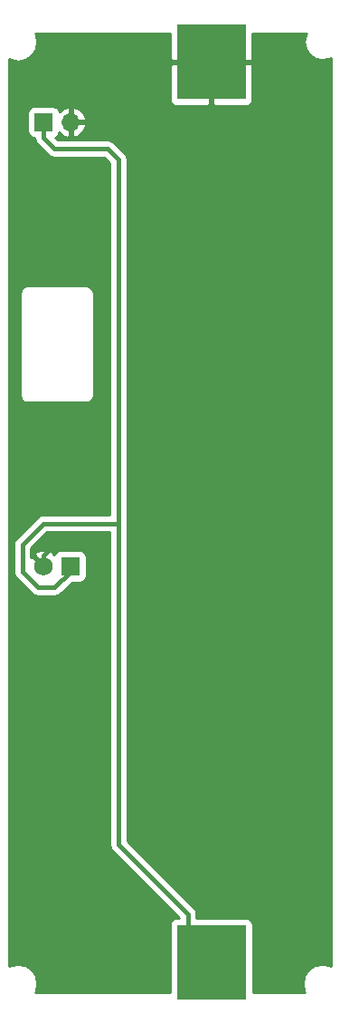
<source format=gtl>
G04 #@! TF.FileFunction,Copper,L1,Top,Signal*
%FSLAX46Y46*%
G04 Gerber Fmt 4.6, Leading zero omitted, Abs format (unit mm)*
G04 Created by KiCad (PCBNEW 4.0.4-stable) date 08/15/17 16:39:26*
%MOMM*%
%LPD*%
G01*
G04 APERTURE LIST*
%ADD10C,0.100000*%
%ADD11R,6.500000X7.000000*%
%ADD12R,1.750000X1.750000*%
%ADD13C,1.750000*%
%ADD14R,1.700000X1.700000*%
%ADD15O,1.700000X1.700000*%
%ADD16C,0.400000*%
%ADD17C,0.250000*%
%ADD18C,0.254000*%
G04 APERTURE END LIST*
D10*
D11*
X137700000Y-65400000D03*
X137700000Y-149500000D03*
D12*
X124500000Y-112500000D03*
D13*
X122000000Y-112500000D03*
D14*
X122000000Y-71000000D03*
D15*
X124540000Y-71000000D03*
D16*
X124540000Y-71000000D02*
X124540000Y-69460000D01*
X124540000Y-69460000D02*
X128600000Y-65400000D01*
X119000000Y-85500000D02*
X119000000Y-118000000D01*
X127600000Y-65400000D02*
X127100000Y-65400000D01*
X127100000Y-65400000D02*
X122600000Y-65400000D01*
X120000000Y-68000000D02*
X122600000Y-65400000D01*
X120000000Y-84500000D02*
X120000000Y-68000000D01*
X119000000Y-85500000D02*
X120000000Y-84500000D01*
X120000000Y-119000000D02*
X119000000Y-118000000D01*
X125000000Y-119000000D02*
X120000000Y-119000000D01*
X126500000Y-117500000D02*
X125000000Y-119000000D01*
X126500000Y-111000000D02*
X126500000Y-117500000D01*
X126000000Y-110500000D02*
X126500000Y-111000000D01*
X123000000Y-110500000D02*
X126000000Y-110500000D01*
X122000000Y-111500000D02*
X123000000Y-110500000D01*
X122000000Y-111500000D02*
X122000000Y-112500000D01*
X137700000Y-65400000D02*
X128600000Y-65400000D01*
X128600000Y-65400000D02*
X127600000Y-65400000D01*
X128000000Y-73500000D02*
X123000000Y-73500000D01*
X129000000Y-108500000D02*
X129000000Y-74500000D01*
X128000000Y-73500000D02*
X129000000Y-74500000D01*
X122000000Y-72500000D02*
X122000000Y-71000000D01*
X123000000Y-73500000D02*
X122000000Y-72500000D01*
X124500000Y-112500000D02*
X124500000Y-113000000D01*
X124500000Y-113000000D02*
X123000000Y-114500000D01*
X123000000Y-114500000D02*
X121500000Y-114500000D01*
X121500000Y-114500000D02*
X120000000Y-113000000D01*
X120000000Y-113000000D02*
X120000000Y-110500000D01*
X120000000Y-110500000D02*
X122000000Y-108500000D01*
X122000000Y-108500000D02*
X129000000Y-108500000D01*
D17*
X122000000Y-71000000D02*
X122000000Y-71500000D01*
D16*
X135500000Y-145000000D02*
X135500000Y-147300000D01*
X129000000Y-138500000D02*
X135500000Y-145000000D01*
X129000000Y-108500000D02*
X129000000Y-138500000D01*
D17*
X135500000Y-147300000D02*
X137700000Y-149500000D01*
D18*
G36*
X133815000Y-65114250D02*
X133973750Y-65273000D01*
X137573000Y-65273000D01*
X137573000Y-65253000D01*
X137827000Y-65253000D01*
X137827000Y-65273000D01*
X141426250Y-65273000D01*
X141585000Y-65114250D01*
X141585000Y-62710000D01*
X146610778Y-62710000D01*
X146520166Y-62845611D01*
X146390000Y-63500000D01*
X146520166Y-64154389D01*
X146890847Y-64709153D01*
X147445611Y-65079834D01*
X148100000Y-65210000D01*
X148754389Y-65079834D01*
X148890000Y-64989222D01*
X148890000Y-149871548D01*
X148799558Y-149811117D01*
X148100000Y-149671966D01*
X147400442Y-149811117D01*
X146807385Y-150207385D01*
X146411117Y-150800442D01*
X146271966Y-151500000D01*
X146411117Y-152199558D01*
X146471548Y-152290000D01*
X141597440Y-152290000D01*
X141597440Y-146000000D01*
X141553162Y-145764683D01*
X141414090Y-145548559D01*
X141201890Y-145403569D01*
X140950000Y-145352560D01*
X136335000Y-145352560D01*
X136335000Y-145000000D01*
X136271439Y-144680459D01*
X136090434Y-144409566D01*
X129835000Y-138154132D01*
X129835000Y-74500000D01*
X129771440Y-74180460D01*
X129590434Y-73909566D01*
X128590434Y-72909566D01*
X128455702Y-72819541D01*
X128319541Y-72728561D01*
X128000000Y-72665000D01*
X123345868Y-72665000D01*
X123114957Y-72434089D01*
X123301441Y-72314090D01*
X123446431Y-72101890D01*
X123468301Y-71993893D01*
X123773076Y-72271645D01*
X124183110Y-72441476D01*
X124413000Y-72320155D01*
X124413000Y-71127000D01*
X124667000Y-71127000D01*
X124667000Y-72320155D01*
X124896890Y-72441476D01*
X125306924Y-72271645D01*
X125735183Y-71881358D01*
X125981486Y-71356892D01*
X125860819Y-71127000D01*
X124667000Y-71127000D01*
X124413000Y-71127000D01*
X124393000Y-71127000D01*
X124393000Y-70873000D01*
X124413000Y-70873000D01*
X124413000Y-69679845D01*
X124667000Y-69679845D01*
X124667000Y-70873000D01*
X125860819Y-70873000D01*
X125981486Y-70643108D01*
X125735183Y-70118642D01*
X125306924Y-69728355D01*
X124896890Y-69558524D01*
X124667000Y-69679845D01*
X124413000Y-69679845D01*
X124183110Y-69558524D01*
X123773076Y-69728355D01*
X123470063Y-70004501D01*
X123453162Y-69914683D01*
X123314090Y-69698559D01*
X123101890Y-69553569D01*
X122850000Y-69502560D01*
X121150000Y-69502560D01*
X120914683Y-69546838D01*
X120698559Y-69685910D01*
X120553569Y-69898110D01*
X120502560Y-70150000D01*
X120502560Y-71850000D01*
X120546838Y-72085317D01*
X120685910Y-72301441D01*
X120898110Y-72446431D01*
X121150000Y-72497440D01*
X121165000Y-72497440D01*
X121165000Y-72500000D01*
X121228561Y-72819541D01*
X121288714Y-72909566D01*
X121409566Y-73090434D01*
X122409566Y-74090434D01*
X122680460Y-74271440D01*
X123000000Y-74335000D01*
X127654132Y-74335000D01*
X128165000Y-74845868D01*
X128165000Y-107665000D01*
X122000000Y-107665000D01*
X121680459Y-107728561D01*
X121409566Y-107909566D01*
X119409566Y-109909566D01*
X119228561Y-110180459D01*
X119165000Y-110500000D01*
X119165000Y-113000000D01*
X119228561Y-113319541D01*
X119265618Y-113375000D01*
X119409566Y-113590434D01*
X120909566Y-115090434D01*
X121180459Y-115271439D01*
X121500000Y-115335000D01*
X123000000Y-115335000D01*
X123319541Y-115271439D01*
X123590434Y-115090434D01*
X124658428Y-114022440D01*
X125375000Y-114022440D01*
X125610317Y-113978162D01*
X125826441Y-113839090D01*
X125971431Y-113626890D01*
X126022440Y-113375000D01*
X126022440Y-111625000D01*
X125978162Y-111389683D01*
X125839090Y-111173559D01*
X125626890Y-111028569D01*
X125375000Y-110977560D01*
X123625000Y-110977560D01*
X123389683Y-111021838D01*
X123173559Y-111160910D01*
X123036006Y-111362226D01*
X122997086Y-111323306D01*
X122882454Y-111437938D01*
X122799116Y-111184047D01*
X122234694Y-110978410D01*
X121634542Y-111004421D01*
X121200884Y-111184047D01*
X121117545Y-111437940D01*
X122000000Y-112320395D01*
X122014143Y-112306253D01*
X122193748Y-112485858D01*
X122179605Y-112500000D01*
X122193748Y-112514143D01*
X122014143Y-112693748D01*
X122000000Y-112679605D01*
X121985858Y-112693748D01*
X121806253Y-112514143D01*
X121820395Y-112500000D01*
X120937940Y-111617545D01*
X120835000Y-111651334D01*
X120835000Y-110845868D01*
X122345868Y-109335000D01*
X128165000Y-109335000D01*
X128165000Y-138500000D01*
X128228561Y-138819541D01*
X128409566Y-139090434D01*
X134665000Y-145345868D01*
X134665000Y-145352560D01*
X134450000Y-145352560D01*
X134214683Y-145396838D01*
X133998559Y-145535910D01*
X133853569Y-145748110D01*
X133802560Y-146000000D01*
X133802560Y-152290000D01*
X121228452Y-152290000D01*
X121288883Y-152199558D01*
X121428034Y-151500000D01*
X121288883Y-150800442D01*
X120892615Y-150207385D01*
X120299558Y-149811117D01*
X119600000Y-149671966D01*
X118900442Y-149811117D01*
X118810000Y-149871548D01*
X118810000Y-87000000D01*
X119790000Y-87000000D01*
X119790000Y-96500000D01*
X119844046Y-96771705D01*
X119997954Y-97002046D01*
X120228295Y-97155954D01*
X120500000Y-97210000D01*
X126000000Y-97210000D01*
X126271705Y-97155954D01*
X126502046Y-97002046D01*
X126655954Y-96771705D01*
X126710000Y-96500000D01*
X126710000Y-87000000D01*
X126655954Y-86728295D01*
X126502046Y-86497954D01*
X126271705Y-86344046D01*
X126000000Y-86290000D01*
X120500000Y-86290000D01*
X120228295Y-86344046D01*
X119997954Y-86497954D01*
X119844046Y-86728295D01*
X119790000Y-87000000D01*
X118810000Y-87000000D01*
X118810000Y-65685750D01*
X133815000Y-65685750D01*
X133815000Y-69026309D01*
X133911673Y-69259698D01*
X134090301Y-69438327D01*
X134323690Y-69535000D01*
X137414250Y-69535000D01*
X137573000Y-69376250D01*
X137573000Y-65527000D01*
X137827000Y-65527000D01*
X137827000Y-69376250D01*
X137985750Y-69535000D01*
X141076310Y-69535000D01*
X141309699Y-69438327D01*
X141488327Y-69259698D01*
X141585000Y-69026309D01*
X141585000Y-65685750D01*
X141426250Y-65527000D01*
X137827000Y-65527000D01*
X137573000Y-65527000D01*
X133973750Y-65527000D01*
X133815000Y-65685750D01*
X118810000Y-65685750D01*
X118810000Y-65128452D01*
X118900442Y-65188883D01*
X119600000Y-65328034D01*
X120299558Y-65188883D01*
X120892615Y-64792615D01*
X121288883Y-64199558D01*
X121428034Y-63500000D01*
X121288883Y-62800442D01*
X121228452Y-62710000D01*
X133815000Y-62710000D01*
X133815000Y-65114250D01*
X133815000Y-65114250D01*
G37*
X133815000Y-65114250D02*
X133973750Y-65273000D01*
X137573000Y-65273000D01*
X137573000Y-65253000D01*
X137827000Y-65253000D01*
X137827000Y-65273000D01*
X141426250Y-65273000D01*
X141585000Y-65114250D01*
X141585000Y-62710000D01*
X146610778Y-62710000D01*
X146520166Y-62845611D01*
X146390000Y-63500000D01*
X146520166Y-64154389D01*
X146890847Y-64709153D01*
X147445611Y-65079834D01*
X148100000Y-65210000D01*
X148754389Y-65079834D01*
X148890000Y-64989222D01*
X148890000Y-149871548D01*
X148799558Y-149811117D01*
X148100000Y-149671966D01*
X147400442Y-149811117D01*
X146807385Y-150207385D01*
X146411117Y-150800442D01*
X146271966Y-151500000D01*
X146411117Y-152199558D01*
X146471548Y-152290000D01*
X141597440Y-152290000D01*
X141597440Y-146000000D01*
X141553162Y-145764683D01*
X141414090Y-145548559D01*
X141201890Y-145403569D01*
X140950000Y-145352560D01*
X136335000Y-145352560D01*
X136335000Y-145000000D01*
X136271439Y-144680459D01*
X136090434Y-144409566D01*
X129835000Y-138154132D01*
X129835000Y-74500000D01*
X129771440Y-74180460D01*
X129590434Y-73909566D01*
X128590434Y-72909566D01*
X128455702Y-72819541D01*
X128319541Y-72728561D01*
X128000000Y-72665000D01*
X123345868Y-72665000D01*
X123114957Y-72434089D01*
X123301441Y-72314090D01*
X123446431Y-72101890D01*
X123468301Y-71993893D01*
X123773076Y-72271645D01*
X124183110Y-72441476D01*
X124413000Y-72320155D01*
X124413000Y-71127000D01*
X124667000Y-71127000D01*
X124667000Y-72320155D01*
X124896890Y-72441476D01*
X125306924Y-72271645D01*
X125735183Y-71881358D01*
X125981486Y-71356892D01*
X125860819Y-71127000D01*
X124667000Y-71127000D01*
X124413000Y-71127000D01*
X124393000Y-71127000D01*
X124393000Y-70873000D01*
X124413000Y-70873000D01*
X124413000Y-69679845D01*
X124667000Y-69679845D01*
X124667000Y-70873000D01*
X125860819Y-70873000D01*
X125981486Y-70643108D01*
X125735183Y-70118642D01*
X125306924Y-69728355D01*
X124896890Y-69558524D01*
X124667000Y-69679845D01*
X124413000Y-69679845D01*
X124183110Y-69558524D01*
X123773076Y-69728355D01*
X123470063Y-70004501D01*
X123453162Y-69914683D01*
X123314090Y-69698559D01*
X123101890Y-69553569D01*
X122850000Y-69502560D01*
X121150000Y-69502560D01*
X120914683Y-69546838D01*
X120698559Y-69685910D01*
X120553569Y-69898110D01*
X120502560Y-70150000D01*
X120502560Y-71850000D01*
X120546838Y-72085317D01*
X120685910Y-72301441D01*
X120898110Y-72446431D01*
X121150000Y-72497440D01*
X121165000Y-72497440D01*
X121165000Y-72500000D01*
X121228561Y-72819541D01*
X121288714Y-72909566D01*
X121409566Y-73090434D01*
X122409566Y-74090434D01*
X122680460Y-74271440D01*
X123000000Y-74335000D01*
X127654132Y-74335000D01*
X128165000Y-74845868D01*
X128165000Y-107665000D01*
X122000000Y-107665000D01*
X121680459Y-107728561D01*
X121409566Y-107909566D01*
X119409566Y-109909566D01*
X119228561Y-110180459D01*
X119165000Y-110500000D01*
X119165000Y-113000000D01*
X119228561Y-113319541D01*
X119265618Y-113375000D01*
X119409566Y-113590434D01*
X120909566Y-115090434D01*
X121180459Y-115271439D01*
X121500000Y-115335000D01*
X123000000Y-115335000D01*
X123319541Y-115271439D01*
X123590434Y-115090434D01*
X124658428Y-114022440D01*
X125375000Y-114022440D01*
X125610317Y-113978162D01*
X125826441Y-113839090D01*
X125971431Y-113626890D01*
X126022440Y-113375000D01*
X126022440Y-111625000D01*
X125978162Y-111389683D01*
X125839090Y-111173559D01*
X125626890Y-111028569D01*
X125375000Y-110977560D01*
X123625000Y-110977560D01*
X123389683Y-111021838D01*
X123173559Y-111160910D01*
X123036006Y-111362226D01*
X122997086Y-111323306D01*
X122882454Y-111437938D01*
X122799116Y-111184047D01*
X122234694Y-110978410D01*
X121634542Y-111004421D01*
X121200884Y-111184047D01*
X121117545Y-111437940D01*
X122000000Y-112320395D01*
X122014143Y-112306253D01*
X122193748Y-112485858D01*
X122179605Y-112500000D01*
X122193748Y-112514143D01*
X122014143Y-112693748D01*
X122000000Y-112679605D01*
X121985858Y-112693748D01*
X121806253Y-112514143D01*
X121820395Y-112500000D01*
X120937940Y-111617545D01*
X120835000Y-111651334D01*
X120835000Y-110845868D01*
X122345868Y-109335000D01*
X128165000Y-109335000D01*
X128165000Y-138500000D01*
X128228561Y-138819541D01*
X128409566Y-139090434D01*
X134665000Y-145345868D01*
X134665000Y-145352560D01*
X134450000Y-145352560D01*
X134214683Y-145396838D01*
X133998559Y-145535910D01*
X133853569Y-145748110D01*
X133802560Y-146000000D01*
X133802560Y-152290000D01*
X121228452Y-152290000D01*
X121288883Y-152199558D01*
X121428034Y-151500000D01*
X121288883Y-150800442D01*
X120892615Y-150207385D01*
X120299558Y-149811117D01*
X119600000Y-149671966D01*
X118900442Y-149811117D01*
X118810000Y-149871548D01*
X118810000Y-87000000D01*
X119790000Y-87000000D01*
X119790000Y-96500000D01*
X119844046Y-96771705D01*
X119997954Y-97002046D01*
X120228295Y-97155954D01*
X120500000Y-97210000D01*
X126000000Y-97210000D01*
X126271705Y-97155954D01*
X126502046Y-97002046D01*
X126655954Y-96771705D01*
X126710000Y-96500000D01*
X126710000Y-87000000D01*
X126655954Y-86728295D01*
X126502046Y-86497954D01*
X126271705Y-86344046D01*
X126000000Y-86290000D01*
X120500000Y-86290000D01*
X120228295Y-86344046D01*
X119997954Y-86497954D01*
X119844046Y-86728295D01*
X119790000Y-87000000D01*
X118810000Y-87000000D01*
X118810000Y-65685750D01*
X133815000Y-65685750D01*
X133815000Y-69026309D01*
X133911673Y-69259698D01*
X134090301Y-69438327D01*
X134323690Y-69535000D01*
X137414250Y-69535000D01*
X137573000Y-69376250D01*
X137573000Y-65527000D01*
X137827000Y-65527000D01*
X137827000Y-69376250D01*
X137985750Y-69535000D01*
X141076310Y-69535000D01*
X141309699Y-69438327D01*
X141488327Y-69259698D01*
X141585000Y-69026309D01*
X141585000Y-65685750D01*
X141426250Y-65527000D01*
X137827000Y-65527000D01*
X137573000Y-65527000D01*
X133973750Y-65527000D01*
X133815000Y-65685750D01*
X118810000Y-65685750D01*
X118810000Y-65128452D01*
X118900442Y-65188883D01*
X119600000Y-65328034D01*
X120299558Y-65188883D01*
X120892615Y-64792615D01*
X121288883Y-64199558D01*
X121428034Y-63500000D01*
X121288883Y-62800442D01*
X121228452Y-62710000D01*
X133815000Y-62710000D01*
X133815000Y-65114250D01*
M02*

</source>
